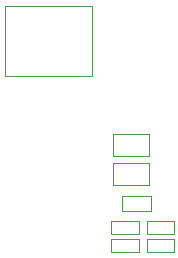
<source format=gbr>
%TF.GenerationSoftware,Altium Limited,Altium Designer,21.1.0 (24)*%
G04 Layer_Color=32768*
%FSLAX45Y45*%
%MOMM*%
%TF.SameCoordinates,49BA872B-5DCF-458F-AF9B-1BC46ABFEFE7*%
%TF.FilePolarity,Positive*%
%TF.FileFunction,Other,Mechanical_15*%
%TF.Part,Single*%
G01*
G75*
%TA.AperFunction,NonConductor*%
%ADD32C,0.10000*%
%ADD42C,0.05000*%
D32*
X2467004Y5433008D02*
Y6020007D01*
X1733005Y5433008D02*
X2467004D01*
X1733005D02*
Y6020007D01*
X2467004D01*
D42*
X2635005Y4095002D02*
X2865002D01*
X2635005D02*
Y4204999D01*
X2865002D01*
Y4095002D02*
Y4204999D01*
X2935004D02*
X3165001D01*
Y4095002D02*
Y4204999D01*
X2935004Y4095002D02*
X3165001D01*
X2935004D02*
Y4204999D01*
Y3944999D02*
X3165001D01*
X2935004D02*
Y4054997D01*
X3165001D01*
Y3944999D02*
Y4054997D01*
X2635005D02*
X2865002D01*
Y3944999D02*
Y4054997D01*
X2635005Y3944999D02*
X2865002D01*
X2635005D02*
Y4054997D01*
X2649000Y4755996D02*
X2951001D01*
X2649000D02*
Y4943997D01*
X2951001D01*
Y4755996D02*
Y4943997D01*
X2726003Y4284994D02*
X2974003D01*
X2726003D02*
Y4414996D01*
X2974003D01*
Y4284994D02*
Y4414996D01*
X2649000Y4505999D02*
X2951001D01*
X2649000D02*
Y4694000D01*
X2951001D01*
Y4505999D02*
Y4694000D01*
%TF.MD5,e20552c5371591dfeca1a66ac04ba716*%
M02*

</source>
